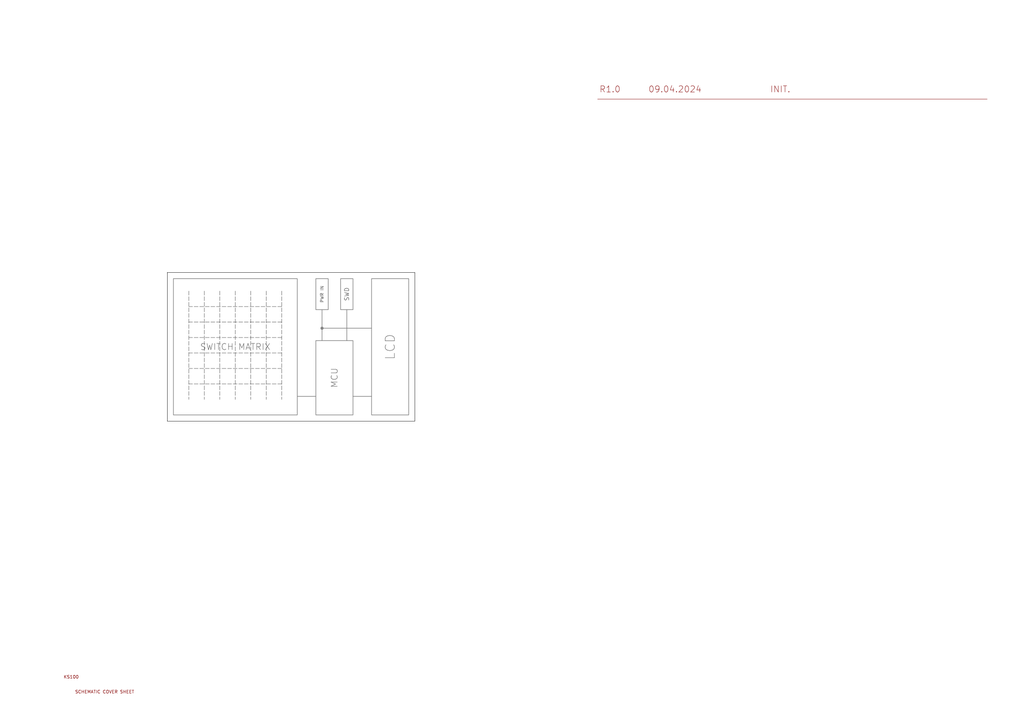
<source format=kicad_sch>
(kicad_sch
	(version 20240101)
	(generator "eeschema")
	(generator_version "8.99")
	(uuid "455ac4d5-648b-4fa6-954d-74f086895bd8")
	(paper "A3")
	(title_block
		(title "KS100")
		(date "2024-04-09")
		(rev "R1.0")
	)
	(lib_symbols)
	(polyline
		(pts
			(xy 96.52 119.38) (xy 96.52 163.83)
		)
		(stroke
			(width 0)
			(type dash)
			(color 72 72 72 1)
		)
		(uuid "0ae11c4d-6e08-4ba7-a4eb-f5d09025443c")
	)
	(polyline
		(pts
			(xy 115.57 119.38) (xy 115.57 163.83)
		)
		(stroke
			(width 0)
			(type dash)
			(color 72 72 72 1)
		)
		(uuid "128093db-7b9d-4992-b2f5-cf79e67bcc13")
	)
	(polyline
		(pts
			(xy 109.22 119.38) (xy 109.22 163.83)
		)
		(stroke
			(width 0)
			(type dash)
			(color 72 72 72 1)
		)
		(uuid "26d173ba-a881-44d1-9d99-1f3d46b18f3e")
	)
	(polyline
		(pts
			(xy 77.47 119.38) (xy 77.47 163.83)
		)
		(stroke
			(width 0)
			(type dash)
			(color 72 72 72 1)
		)
		(uuid "321bf671-0642-4c30-bf96-914f5146a23c")
	)
	(polyline
		(pts
			(xy 245.11 40.64) (xy 404.876 40.64)
		)
		(stroke
			(width 0)
			(type default)
			(color 132 0 0 1)
		)
		(uuid "35f3586b-ffe2-4392-b7a9-900792e8f93b")
	)
	(polyline
		(pts
			(xy 83.82 119.38) (xy 83.82 163.83)
		)
		(stroke
			(width 0)
			(type dash)
			(color 72 72 72 1)
		)
		(uuid "46fa678a-0149-4deb-9091-91ccd9d775ef")
	)
	(polyline
		(pts
			(xy 115.57 144.78) (xy 77.47 144.78)
		)
		(stroke
			(width 0)
			(type dash)
			(color 72 72 72 1)
		)
		(uuid "59c8835c-5578-48f8-b454-9e94cecd2b64")
	)
	(polyline
		(pts
			(xy 115.57 125.73) (xy 77.47 125.73)
		)
		(stroke
			(width 0)
			(type dash)
			(color 72 72 72 1)
		)
		(uuid "5e6927aa-b079-44ec-834e-872c03c7cda1")
	)
	(polyline
		(pts
			(xy 132.08 127) (xy 132.08 139.7)
		)
		(stroke
			(width 0.254)
			(type default)
			(color 132 132 132 1)
		)
		(uuid "6168afa6-6ff1-4d53-a5fb-fb82c2e1bb78")
	)
	(polyline
		(pts
			(xy 115.57 151.13) (xy 77.47 151.13)
		)
		(stroke
			(width 0)
			(type dash)
			(color 72 72 72 1)
		)
		(uuid "66fe6baf-9d0d-45c6-89da-1055f262b50a")
	)
	(polyline
		(pts
			(xy 115.57 138.43) (xy 77.47 138.43)
		)
		(stroke
			(width 0)
			(type dash)
			(color 72 72 72 1)
		)
		(uuid "70b94a5d-a219-4ad4-99ed-365a97b2d1b8")
	)
	(polyline
		(pts
			(xy 152.4 162.56) (xy 144.78 162.56)
		)
		(stroke
			(width 0.254)
			(type default)
			(color 132 132 132 1)
		)
		(uuid "78478d87-cef9-470c-9afc-b6330235f2d9")
	)
	(polyline
		(pts
			(xy 115.57 132.08) (xy 77.47 132.08)
		)
		(stroke
			(width 0)
			(type dash)
			(color 72 72 72 1)
		)
		(uuid "7e307c74-4d6a-4317-971a-b99350bd2948")
	)
	(polyline
		(pts
			(xy 121.92 162.56) (xy 129.54 162.56)
		)
		(stroke
			(width 0.254)
			(type default)
			(color 132 132 132 1)
		)
		(uuid "7f5ead97-eff0-4eac-a4a3-7cda6d7a7767")
	)
	(polyline
		(pts
			(xy 152.4 134.62) (xy 132.08 134.62)
		)
		(stroke
			(width 0.254)
			(type default)
			(color 132 132 132 1)
		)
		(uuid "9a7ccb9f-bd70-4f02-b7bc-f99d2975b081")
	)
	(polyline
		(pts
			(xy 115.57 157.48) (xy 77.47 157.48)
		)
		(stroke
			(width 0)
			(type dash)
			(color 72 72 72 1)
		)
		(uuid "b16c9cc8-09a9-4b47-892b-31969c06e16c")
	)
	(polyline
		(pts
			(xy 142.24 127) (xy 142.24 139.7)
		)
		(stroke
			(width 0.254)
			(type default)
			(color 132 132 132 1)
		)
		(uuid "f34f4fd1-1140-4f2c-a684-ebd1e672c686")
	)
	(polyline
		(pts
			(xy 90.17 119.38) (xy 90.17 163.83)
		)
		(stroke
			(width 0)
			(type dash)
			(color 72 72 72 1)
		)
		(uuid "f3a16079-c5e8-4c91-bc2d-ec81656220cd")
	)
	(polyline
		(pts
			(xy 102.87 119.38) (xy 102.87 163.83)
		)
		(stroke
			(width 0)
			(type dash)
			(color 72 72 72 1)
		)
		(uuid "f6a15e53-76be-4110-a43a-fc5c55c8247e")
	)
	(circle
		(center 132.08 134.62)
		(radius 0.635)
		(stroke
			(width -0.0001)
			(type default)
		)
		(fill
			(type color)
			(color 132 132 132 1)
		)
		(uuid 894e408f-eb77-4546-9ed1-256332ef79b1)
	)
	(text_box "LCD"
		(exclude_from_sim no)
		(at 152.4 114.3 90)
		(size 15.24 55.88)
		(margins 0.9525 0.9525 0.9525 0.9525)
		(stroke
			(width 0.254)
			(type default)
			(color 132 132 132 1)
		)
		(fill
			(type none)
		)
		(effects
			(font
				(size 3.81 3.81)
				(color 72 72 72 1)
			)
		)
		(uuid "0ed42594-def7-4939-8641-ae409943b946")
	)
	(text_box "SWITCH MATRIX"
		(exclude_from_sim no)
		(at 71.12 114.3 0)
		(size 50.8 55.88)
		(margins 0.9525 0.9525 0.9525 0.9525)
		(stroke
			(width 0.254)
			(type default)
			(color 132 132 132 1)
		)
		(fill
			(type none)
		)
		(effects
			(font
				(size 2.54 2.54)
				(color 72 72 72 1)
			)
		)
		(uuid "816ed3f9-29f8-4b40-844a-e1796094cf84")
	)
	(text_box "SWD"
		(exclude_from_sim no)
		(at 139.7 114.3 90)
		(size 5.08 12.7)
		(margins 0.9525 0.9525 0.9525 0.9525)
		(stroke
			(width 0.254)
			(type default)
			(color 132 132 132 1)
		)
		(fill
			(type none)
		)
		(effects
			(font
				(size 1.778 1.778)
				(color 72 72 72 1)
			)
		)
		(uuid "a07a55e3-1ad4-4145-b7db-12f691d38d5c")
	)
	(text_box "MCU"
		(exclude_from_sim no)
		(at 129.54 139.7 90)
		(size 15.24 30.48)
		(margins 0.9525 0.9525 0.9525 0.9525)
		(stroke
			(width 0.254)
			(type default)
			(color 132 132 132 1)
		)
		(fill
			(type none)
		)
		(effects
			(font
				(size 2.54 2.54)
				(color 72 72 72 1)
			)
		)
		(uuid "b450c49f-c8c6-4324-815d-564b97eeae1e")
	)
	(text_box "PWR IN"
		(exclude_from_sim no)
		(at 129.54 114.3 90)
		(size 5.08 12.7)
		(margins 0.9525 0.9525 0.9525 0.9525)
		(stroke
			(width 0.254)
			(type default)
			(color 132 132 132 1)
		)
		(fill
			(type none)
		)
		(effects
			(font
				(size 1.27 1.27)
				(color 72 72 72 1)
			)
		)
		(uuid "fc024fc2-45db-441d-bd30-5cf6cb12af97")
	)
	(text "R1.0"
		(exclude_from_sim no)
		(at 250.19 36.83 0)
		(effects
			(font
				(size 2.54 2.54)
				(color 132 0 0 1)
			)
		)
		(uuid "09211d69-01e0-43c7-b8d3-8352b3a3753d")
	)
	(text "SCHEMATIC COVER SHEET"
		(exclude_from_sim no)
		(at 42.926 283.972 0)
		(effects
			(font
				(size 1.27 1.27)
				(color 132 0 0 1)
			)
		)
		(uuid "7991737f-cf12-4cd6-a876-49238e66ecdf")
	)
	(text "INIT."
		(exclude_from_sim no)
		(at 320.04 36.83 0)
		(effects
			(font
				(size 2.54 2.54)
				(color 132 0 0 1)
			)
		)
		(uuid "a3d07c43-f10e-42f4-a110-23727a1c1efa")
	)
	(text "09.04.2024"
		(exclude_from_sim no)
		(at 276.86 36.83 0)
		(effects
			(font
				(size 2.54 2.54)
				(color 132 0 0 1)
			)
		)
		(uuid "b8bae1f5-ae2f-4915-9e5d-7fb1bcccffa3")
	)
	(text "KS100"
		(exclude_from_sim no)
		(at 29.21 277.876 0)
		(effects
			(font
				(size 1.27 1.27)
				(color 132 0 0 1)
			)
		)
		(uuid "ca39fbb2-7ee1-4cc2-94c8-c8897e4079b3")
	)
	(sheet
		(at 68.58 111.76)
		(size 101.6 60.96)
		(fields_autoplaced yes)
		(stroke
			(width 0.1524)
			(type solid)
			(color 0 0 0 1)
		)
		(fill
			(color 255 255 255 1.0000)
		)
		(uuid "882985ab-729f-4c1f-84f6-f435b1d8f0f4")
		(property "Sheetname" "Calculator"
			(at 68.58 111.0484 0)
			(effects
				(font
					(size 1.27 1.27)
				)
				(justify left bottom)
				(hide yes)
			)
		)
		(property "Sheetfile" "Calculator.kicad_sch"
			(at 68.58 173.3046 0)
			(effects
				(font
					(size 1.27 1.27)
				)
				(justify left top)
				(hide yes)
			)
		)
		(instances
			(project "KS100"
				(path "/455ac4d5-648b-4fa6-954d-74f086895bd8"
					(page "2")
				)
			)
		)
	)
	(sheet_instances
		(path "/"
			(page "1")
		)
	)
)

</source>
